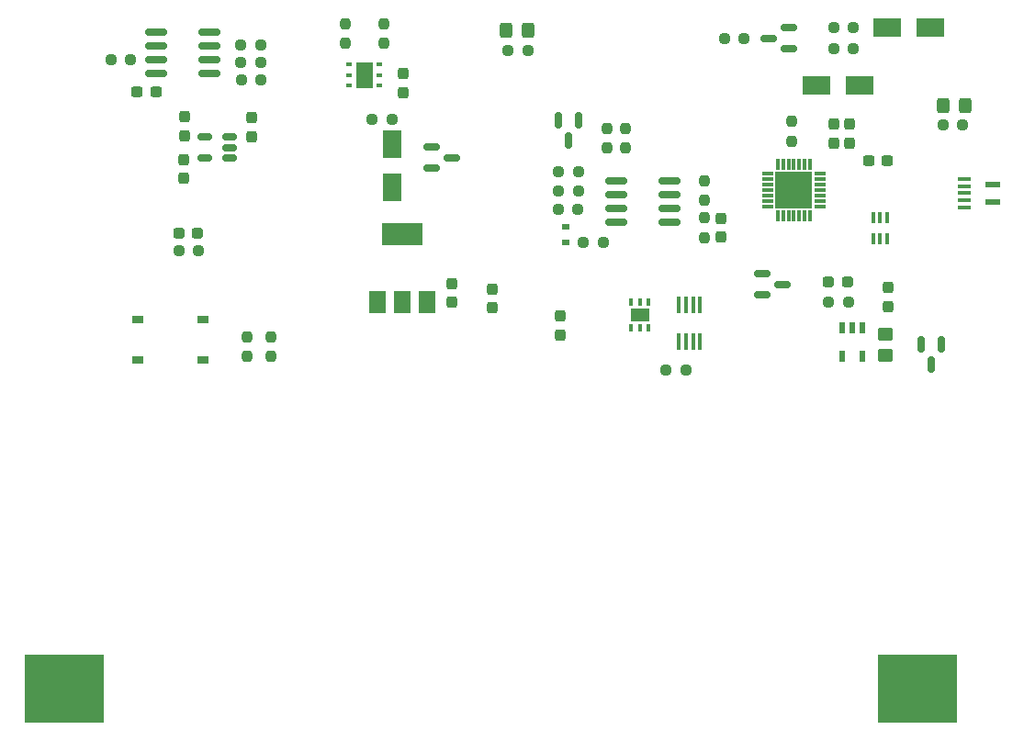
<source format=gtp>
G04 #@! TF.GenerationSoftware,KiCad,Pcbnew,6.0.4*
G04 #@! TF.CreationDate,2022-04-09T16:32:54+02:00*
G04 #@! TF.ProjectId,main,6d61696e-2e6b-4696-9361-645f70636258,rev?*
G04 #@! TF.SameCoordinates,Original*
G04 #@! TF.FileFunction,Paste,Top*
G04 #@! TF.FilePolarity,Positive*
%FSLAX46Y46*%
G04 Gerber Fmt 4.6, Leading zero omitted, Abs format (unit mm)*
G04 Created by KiCad (PCBNEW 6.0.4) date 2022-04-09 16:32:54*
%MOMM*%
%LPD*%
G01*
G04 APERTURE LIST*
G04 Aperture macros list*
%AMRoundRect*
0 Rectangle with rounded corners*
0 $1 Rounding radius*
0 $2 $3 $4 $5 $6 $7 $8 $9 X,Y pos of 4 corners*
0 Add a 4 corners polygon primitive as box body*
4,1,4,$2,$3,$4,$5,$6,$7,$8,$9,$2,$3,0*
0 Add four circle primitives for the rounded corners*
1,1,$1+$1,$2,$3*
1,1,$1+$1,$4,$5*
1,1,$1+$1,$6,$7*
1,1,$1+$1,$8,$9*
0 Add four rect primitives between the rounded corners*
20,1,$1+$1,$2,$3,$4,$5,0*
20,1,$1+$1,$4,$5,$6,$7,0*
20,1,$1+$1,$6,$7,$8,$9,0*
20,1,$1+$1,$8,$9,$2,$3,0*%
G04 Aperture macros list end*
%ADD10R,1.000000X0.750000*%
%ADD11RoundRect,0.237500X-0.237500X0.250000X-0.237500X-0.250000X0.237500X-0.250000X0.237500X0.250000X0*%
%ADD12RoundRect,0.237500X-0.250000X-0.237500X0.250000X-0.237500X0.250000X0.237500X-0.250000X0.237500X0*%
%ADD13RoundRect,0.237500X0.250000X0.237500X-0.250000X0.237500X-0.250000X-0.237500X0.250000X-0.237500X0*%
%ADD14RoundRect,0.250000X-0.325000X-0.450000X0.325000X-0.450000X0.325000X0.450000X-0.325000X0.450000X0*%
%ADD15RoundRect,0.250000X0.325000X0.450000X-0.325000X0.450000X-0.325000X-0.450000X0.325000X-0.450000X0*%
%ADD16RoundRect,0.237500X-0.287500X-0.237500X0.287500X-0.237500X0.287500X0.237500X-0.287500X0.237500X0*%
%ADD17R,0.700000X0.600000*%
%ADD18R,3.800000X2.000000*%
%ADD19R,1.500000X2.000000*%
%ADD20R,2.500000X1.800000*%
%ADD21RoundRect,0.237500X0.237500X-0.250000X0.237500X0.250000X-0.237500X0.250000X-0.237500X-0.250000X0*%
%ADD22RoundRect,0.150000X-0.150000X0.587500X-0.150000X-0.587500X0.150000X-0.587500X0.150000X0.587500X0*%
%ADD23RoundRect,0.237500X0.237500X-0.300000X0.237500X0.300000X-0.237500X0.300000X-0.237500X-0.300000X0*%
%ADD24R,7.340000X6.350000*%
%ADD25RoundRect,0.250000X0.450000X-0.350000X0.450000X0.350000X-0.450000X0.350000X-0.450000X-0.350000X0*%
%ADD26RoundRect,0.150000X0.587500X0.150000X-0.587500X0.150000X-0.587500X-0.150000X0.587500X-0.150000X0*%
%ADD27RoundRect,0.237500X-0.237500X0.300000X-0.237500X-0.300000X0.237500X-0.300000X0.237500X0.300000X0*%
%ADD28R,0.300000X1.600000*%
%ADD29R,0.450000X0.800000*%
%ADD30R,1.700000X1.250000*%
%ADD31R,1.800000X2.500000*%
%ADD32RoundRect,0.150000X-0.587500X-0.150000X0.587500X-0.150000X0.587500X0.150000X-0.587500X0.150000X0*%
%ADD33R,0.400000X1.050000*%
%ADD34R,0.550000X1.050000*%
%ADD35RoundRect,0.150000X-0.825000X-0.150000X0.825000X-0.150000X0.825000X0.150000X-0.825000X0.150000X0*%
%ADD36RoundRect,0.150000X0.512500X0.150000X-0.512500X0.150000X-0.512500X-0.150000X0.512500X-0.150000X0*%
%ADD37RoundRect,0.150000X0.825000X0.150000X-0.825000X0.150000X-0.825000X-0.150000X0.825000X-0.150000X0*%
%ADD38R,3.350000X3.350000*%
%ADD39R,0.300000X1.000000*%
%ADD40R,1.000000X0.300000*%
%ADD41R,1.350000X0.600000*%
%ADD42R,1.250000X0.400000*%
%ADD43R,0.600000X0.400000*%
%ADD44R,1.500000X2.400000*%
%ADD45RoundRect,0.237500X0.300000X0.237500X-0.300000X0.237500X-0.300000X-0.237500X0.300000X-0.237500X0*%
%ADD46RoundRect,0.237500X-0.300000X-0.237500X0.300000X-0.237500X0.300000X0.237500X-0.300000X0.237500X0*%
G04 APERTURE END LIST*
D10*
X102480000Y-114655000D03*
X96480000Y-114655000D03*
X102480000Y-110905000D03*
X96480000Y-110905000D03*
D11*
X108712000Y-112527500D03*
X108712000Y-114352500D03*
X106500000Y-112527500D03*
X106500000Y-114352500D03*
D12*
X172512500Y-93020000D03*
X170687500Y-93020000D03*
D13*
X132432500Y-86140000D03*
X130607500Y-86140000D03*
D12*
X102062500Y-104600000D03*
X100237500Y-104600000D03*
D14*
X170679000Y-91186000D03*
X172729000Y-91186000D03*
D15*
X132425000Y-84300000D03*
X130375000Y-84300000D03*
D16*
X100240000Y-102990000D03*
X101990000Y-102990000D03*
D17*
X135890000Y-102424000D03*
X135890000Y-103824000D03*
D13*
X107809000Y-88860000D03*
X105984000Y-88860000D03*
D11*
X148694000Y-98113500D03*
X148694000Y-99938500D03*
D18*
X120820000Y-103030000D03*
D19*
X123120000Y-109330000D03*
X120820000Y-109330000D03*
X118520000Y-109330000D03*
D20*
X165530000Y-84020000D03*
X169530000Y-84020000D03*
D21*
X156700000Y-94512500D03*
X156700000Y-92687500D03*
D22*
X137094000Y-92534500D03*
X135194000Y-92534500D03*
X136144000Y-94409500D03*
D23*
X135382000Y-112368500D03*
X135382000Y-110643500D03*
X165610000Y-109722500D03*
X165610000Y-107997500D03*
D24*
X89670000Y-145000000D03*
X168330000Y-145000000D03*
D12*
X150517500Y-85000000D03*
X152342500Y-85000000D03*
D25*
X165354000Y-114284000D03*
X165354000Y-112284000D03*
D12*
X137527500Y-103800000D03*
X139352500Y-103800000D03*
D26*
X156467500Y-85950000D03*
X156467500Y-84050000D03*
X154592500Y-85000000D03*
D27*
X100734000Y-92243000D03*
X100734000Y-93968000D03*
D13*
X107796500Y-87260000D03*
X105971500Y-87260000D03*
D23*
X129110000Y-109832500D03*
X129110000Y-108107500D03*
D13*
X107796500Y-85660000D03*
X105971500Y-85660000D03*
D28*
X148295000Y-109552000D03*
X147645000Y-109552000D03*
X146995000Y-109552000D03*
X146345000Y-109552000D03*
X146345000Y-112952000D03*
X146995000Y-112952000D03*
X147645000Y-112952000D03*
X148295000Y-112952000D03*
D27*
X100674000Y-96175500D03*
X100674000Y-97900500D03*
D29*
X141948000Y-111690000D03*
X142748000Y-111690000D03*
X143548000Y-111690000D03*
X143548000Y-109290000D03*
X142748000Y-109290000D03*
X141948000Y-109290000D03*
D30*
X142748000Y-110490000D03*
D12*
X135231500Y-99060000D03*
X137056500Y-99060000D03*
D11*
X139700000Y-93321500D03*
X139700000Y-95146500D03*
D12*
X145175000Y-115570000D03*
X147000000Y-115570000D03*
D31*
X119888000Y-98774000D03*
X119888000Y-94774000D03*
D12*
X135207500Y-100740000D03*
X137032500Y-100740000D03*
D32*
X123522500Y-95062000D03*
X123522500Y-96962000D03*
X125397500Y-96012000D03*
D12*
X160147500Y-109300000D03*
X161972500Y-109300000D03*
D16*
X160161000Y-107442000D03*
X161911000Y-107442000D03*
D33*
X164250000Y-103450000D03*
X164900000Y-103450000D03*
X165550000Y-103450000D03*
X165550000Y-101550000D03*
X164900000Y-101550000D03*
X164250000Y-101550000D03*
D34*
X163256000Y-111730000D03*
X162306000Y-111730000D03*
X161356000Y-111730000D03*
X161356000Y-114330000D03*
X163256000Y-114330000D03*
D21*
X119126000Y-85494500D03*
X119126000Y-83669500D03*
D12*
X118063000Y-92456000D03*
X119888000Y-92456000D03*
D35*
X140527000Y-98171000D03*
X140527000Y-99441000D03*
X140527000Y-100711000D03*
X140527000Y-101981000D03*
X145477000Y-101981000D03*
X145477000Y-100711000D03*
X145477000Y-99441000D03*
X145477000Y-98171000D03*
D32*
X154002500Y-106746000D03*
X154002500Y-108646000D03*
X155877500Y-107696000D03*
D21*
X115570000Y-85494500D03*
X115570000Y-83669500D03*
D12*
X160617500Y-84020000D03*
X162442500Y-84020000D03*
D11*
X148694000Y-101547500D03*
X148694000Y-103372500D03*
D36*
X104901500Y-96028000D03*
X104901500Y-95078000D03*
X104901500Y-94128000D03*
X102626500Y-94128000D03*
X102626500Y-96028000D03*
D12*
X93971500Y-86960000D03*
X95796500Y-86960000D03*
D37*
X103059000Y-88265000D03*
X103059000Y-86995000D03*
X103059000Y-85725000D03*
X103059000Y-84455000D03*
X98109000Y-84455000D03*
X98109000Y-85725000D03*
X98109000Y-86995000D03*
X98109000Y-88265000D03*
D23*
X162100000Y-94662500D03*
X162100000Y-92937500D03*
X125380000Y-109350000D03*
X125380000Y-107625000D03*
X160600000Y-94662500D03*
X160600000Y-92937500D03*
D38*
X156940000Y-99000000D03*
D39*
X158440000Y-101400000D03*
X157940000Y-101400000D03*
X157440000Y-101400000D03*
X156940000Y-101400000D03*
X156440000Y-101400000D03*
X155940000Y-101400000D03*
X155440000Y-101400000D03*
D40*
X154540000Y-100500000D03*
X154540000Y-100000000D03*
X154540000Y-99500000D03*
X154540000Y-99000000D03*
X154540000Y-98500000D03*
X154540000Y-98000000D03*
X154540000Y-97500000D03*
D39*
X155440000Y-96600000D03*
X155940000Y-96600000D03*
X156440000Y-96600000D03*
X156940000Y-96600000D03*
X157440000Y-96600000D03*
X157940000Y-96600000D03*
X158440000Y-96600000D03*
D40*
X159340000Y-97500000D03*
X159340000Y-98000000D03*
X159340000Y-98500000D03*
X159340000Y-99000000D03*
X159340000Y-99500000D03*
X159340000Y-100000000D03*
X159340000Y-100500000D03*
D21*
X141390000Y-93317500D03*
X141390000Y-95142500D03*
D20*
X159020000Y-89360000D03*
X163020000Y-89360000D03*
D23*
X106934000Y-94080500D03*
X106934000Y-92355500D03*
D41*
X175275000Y-100073250D03*
X175275000Y-98473250D03*
D42*
X172625000Y-97973250D03*
X172625000Y-98623250D03*
X172625000Y-99273250D03*
X172625000Y-99923250D03*
X172625000Y-100573250D03*
D12*
X160617500Y-85970000D03*
X162442500Y-85970000D03*
D43*
X115948000Y-87442000D03*
X115948000Y-88392000D03*
X115948000Y-89342000D03*
X118748000Y-89342000D03*
X118748000Y-88392000D03*
X118748000Y-87442000D03*
D44*
X117348000Y-88392000D03*
D45*
X98112500Y-89960000D03*
X96387500Y-89960000D03*
D46*
X163837500Y-96300000D03*
X165562500Y-96300000D03*
D22*
X170540000Y-113242500D03*
X168640000Y-113242500D03*
X169590000Y-115117500D03*
D27*
X150242000Y-101585000D03*
X150242000Y-103310000D03*
D13*
X137056500Y-97282000D03*
X135231500Y-97282000D03*
D27*
X120904000Y-88291500D03*
X120904000Y-90016500D03*
M02*

</source>
